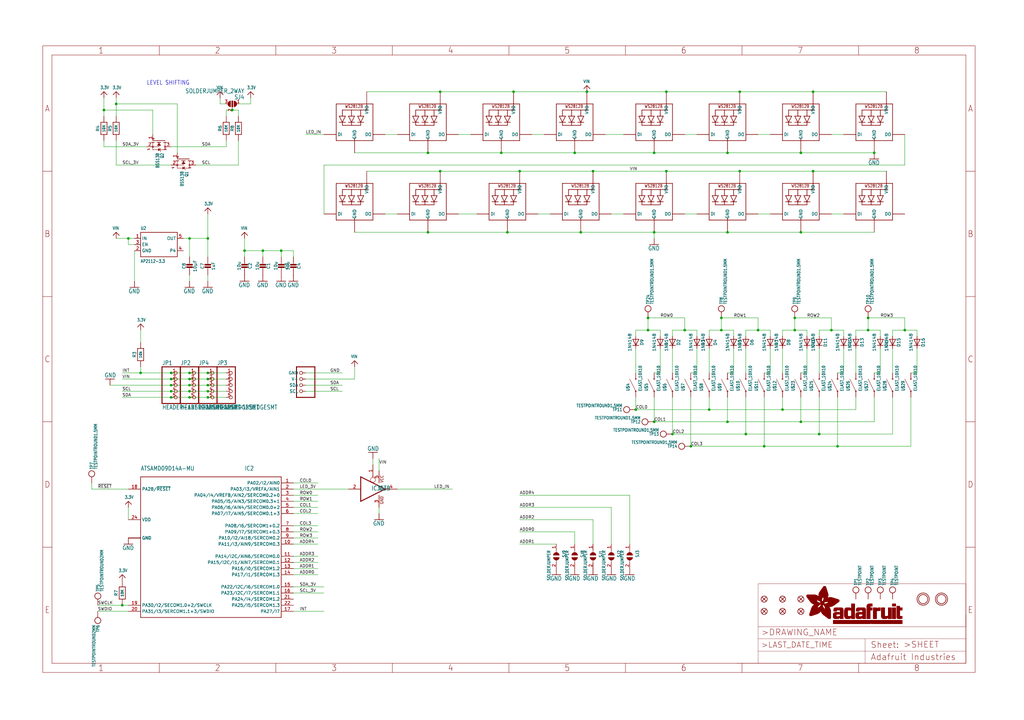
<source format=kicad_sch>
(kicad_sch (version 20211123) (generator eeschema)
  (paper "User" 425.45 299.161)
  (lib_symbols
    (symbol "eagleSchem-eagle-import:3.3V" (power)
      (property "Value" "3.3V" (at -1.524 1.016 0))
      (symbol "3.3V_1_0"
        (pin power_in line (at 0 -2.54 90) (length 2.54) (name "3.3V") (number "1"))
      )
    )
    (symbol "eagleSchem-eagle-import:741G125DBV"
      (property "Reference" "IC" (at -0.635 -0.635 0))
      (symbol "741G125DBV_1_0"
        (pin input line (at 0 10.16 270) (length 5.08) (name "OE") (number "1"))
        (pin input line (at -10.16 0 0) (length 5.08) (name "I") (number "2"))
        (pin tri_state line (at 10.16 0 180) (length 5.08) (name "O") (number "4"))
      )
      (symbol "741G125DBV_2_0"
        (text "GND" (at 1.905 -6.35 900) (effects (font (size 1.27 1.0795)) (justify left bottom)))
        (text "VCC" (at 1.905 2.54 900) (effects (font (size 1.27 1.0795)) (justify left bottom)))
        (pin power_in line (at 0 -7.62 90) (length 5.08) (name "GND") (number "3"))
        (pin power_in line (at 0 7.62 270) (length 5.08) (name "VCC") (number "5"))
      )
    )
    (symbol "eagleSchem-eagle-import:ATSAMD09D14A-MU"
      (property "Reference" "IC" (at 12.7 33.02 0))
      (property "Value" "ATSAMD09D14A-MU" (at -30.48 33.02 0))
      (symbol "ATSAMD09D14A-MU_1_0"
        (pin bidirectional line (at 33.02 27.94 180) (length 5.08) (name "PA02/I2/AIN0") (number "1"))
        (pin bidirectional line (at 33.02 2.54 180) (length 5.08) (name "PA11/I3/AIN9/SERCOM0.3") (number "10"))
        (pin bidirectional line (at 33.02 -2.54 180) (length 5.08) (name "PA14/I2C/AIN6/SERCOM0.0") (number "11"))
        (pin bidirectional line (at 33.02 -5.08 180) (length 5.08) (name "PA15/I2C/I1/AIN7/SERCOM0.1") (number "12"))
        (pin bidirectional line (at 33.02 -7.62 180) (length 5.08) (name "PA16/I0/SERCOM1.2") (number "13"))
        (pin bidirectional line (at 33.02 -10.16 180) (length 5.08) (name "PA17/I1/SERCOM1.3") (number "14"))
        (pin bidirectional line (at 33.02 -15.24 180) (length 5.08) (name "PA22/I2C/I6/SERCOM1.0") (number "15"))
        (pin bidirectional line (at 33.02 -17.78 180) (length 5.08) (name "PA23/I2C/I7/SERCOM1.1") (number "16"))
        (pin bidirectional line (at 33.02 -25.4 180) (length 5.08) (name "PA27/I7") (number "17"))
        (pin bidirectional line (at -35.56 25.4 0) (length 5.08) (name "PA28/~{RESET}") (number "18"))
        (pin bidirectional line (at -35.56 -22.86 0) (length 5.08) (name "PA30/I2/SECOM1.0+2/SWCLK") (number "19"))
        (pin bidirectional line (at 33.02 25.4 180) (length 5.08) (name "PA03/I3/VREFA/AIN1") (number "2"))
        (pin bidirectional line (at -35.56 -25.4 0) (length 5.08) (name "PA31/I3/SERCOM1.1+3/SWDIO") (number "20"))
        (pin bidirectional line (at 33.02 -20.32 180) (length 5.08) (name "PA24/I4/SERCOM1.2") (number "21"))
        (pin bidirectional line (at 33.02 -22.86 180) (length 5.08) (name "PA25/I5/SERCOM1.3") (number "22"))
        (pin power_in line (at -35.56 5.08 0) (length 5.08) (name "GND") (number "23"))
        (pin power_in line (at -35.56 12.7 0) (length 5.08) (name "VDD") (number "24"))
        (pin bidirectional line (at 33.02 22.86 180) (length 5.08) (name "PA04/I4/VREFB/AIN2/SERCOM0.2+0") (number "3"))
        (pin bidirectional line (at 33.02 20.32 180) (length 5.08) (name "PA05/I5/AIN3/SERCOM0.3+1") (number "4"))
        (pin bidirectional line (at 33.02 17.78 180) (length 5.08) (name "PA06/I6/AIN4/SERCOM0.0+2") (number "5"))
        (pin bidirectional line (at 33.02 15.24 180) (length 5.08) (name "PA07/I7/AIN5/SERCOM0.1+3") (number "6"))
        (pin bidirectional line (at 33.02 10.16 180) (length 5.08) (name "PA08/I6/SERCOM1+0.2") (number "7"))
        (pin bidirectional line (at 33.02 7.62 180) (length 5.08) (name "PA09/I7/SERCOM1+0.3") (number "8"))
        (pin bidirectional line (at 33.02 5.08 180) (length 5.08) (name "PA10/I2/AI18/SERCOM0.2") (number "9"))
        (pin power_in line (at -35.56 5.08 0) (length 5.08) (name "GND") (number "THERM"))
      )
    )
    (symbol "eagleSchem-eagle-import:CAP_CERAMIC0603_NO"
      (property "Reference" "C" (at -2.29 1.25 90))
      (property "Value" "CAP_CERAMIC0603_NO" (at 2.3 1.25 90))
      (symbol "CAP_CERAMIC0603_NO_1_0"
        (pin passive line (at 0 5.08 270) (length 2.54) (name "1") (number "1"))
        (pin passive line (at 0 -2.54 90) (length 2.54) (name "2") (number "2"))
      )
    )
    (symbol "eagleSchem-eagle-import:CAP_CERAMIC0805-NOOUTLINE"
      (property "Reference" "C" (at -2.29 1.25 90))
      (property "Value" "CAP_CERAMIC0805-NOOUTLINE" (at 2.3 1.25 90))
      (symbol "CAP_CERAMIC0805-NOOUTLINE_1_0"
        (pin passive line (at 0 5.08 270) (length 2.54) (name "1") (number "1"))
        (pin passive line (at 0 -2.54 90) (length 2.54) (name "2") (number "2"))
      )
    )
    (symbol "eagleSchem-eagle-import:DIODESOD-323"
      (property "Reference" "D" (at 0 2.54 0))
      (property "Value" "DIODESOD-323" (at 0 -2.5 0))
      (symbol "DIODESOD-323_1_0"
        (pin passive line (at -2.54 0 0) (length 2.54) (name "A") (number "A"))
        (pin passive line (at 2.54 0 180) (length 2.54) (name "C") (number "C"))
      )
    )
    (symbol "eagleSchem-eagle-import:ELAST_10X10"
      (property "Value" "ELAST_10X10" (at -2.54 -2.54 0))
      (symbol "ELAST_10X10_1_0"
        (pin bidirectional line (at -5.08 0 0) (length 2.54) (name "P$1") (number "P$1"))
        (pin bidirectional line (at 5.08 0 180) (length 2.54) (name "P$2") (number "P$2"))
      )
    )
    (symbol "eagleSchem-eagle-import:FIDUCIAL_1MM")
    (symbol "eagleSchem-eagle-import:FRAME_A3_ADAFRUIT"
      (symbol "FRAME_A3_ADAFRUIT_1_0"
        (text "1" (at 24.2094 1.905 0) (effects (font (size 2.54 2.286))))
        (text "1" (at 24.2094 258.445 0) (effects (font (size 2.54 2.286))))
        (text "2" (at 72.6281 1.905 0) (effects (font (size 2.54 2.286))))
        (text "2" (at 72.6281 258.445 0) (effects (font (size 2.54 2.286))))
        (text "3" (at 121.0469 1.905 0) (effects (font (size 2.54 2.286))))
        (text "3" (at 121.0469 258.445 0) (effects (font (size 2.54 2.286))))
        (text "4" (at 169.4656 1.905 0) (effects (font (size 2.54 2.286))))
        (text "4" (at 169.4656 258.445 0) (effects (font (size 2.54 2.286))))
        (text "5" (at 217.8844 1.905 0) (effects (font (size 2.54 2.286))))
        (text "5" (at 217.8844 258.445 0) (effects (font (size 2.54 2.286))))
        (text "6" (at 266.3031 1.905 0) (effects (font (size 2.54 2.286))))
        (text "6" (at 266.3031 258.445 0) (effects (font (size 2.54 2.286))))
        (text "7" (at 314.7219 1.905 0) (effects (font (size 2.54 2.286))))
        (text "7" (at 314.7219 258.445 0) (effects (font (size 2.54 2.286))))
        (text "8" (at 363.1406 1.905 0) (effects (font (size 2.54 2.286))))
        (text "8" (at 363.1406 258.445 0) (effects (font (size 2.54 2.286))))
        (text ">DRAWING_NAME" (at 298.45 15.24 0) (effects (font (size 2.54 2.54)) (justify left bottom)))
        (text ">LAST_DATE_TIME" (at 298.45 10.16 0) (effects (font (size 2.286 2.286)) (justify left bottom)))
        (text ">SHEET" (at 357.505 10.16 0) (effects (font (size 2.54 2.54)) (justify left bottom)))
        (text "A" (at 1.905 234.315 0) (effects (font (size 2.54 2.286))))
        (text "A" (at 385.445 234.315 0) (effects (font (size 2.54 2.286))))
        (text "Adafruit Industries" (at 343.916 4.953 0) (effects (font (size 2.54 2.54)) (justify left bottom)))
        (text "B" (at 1.905 182.245 0) (effects (font (size 2.54 2.286))))
        (text "B" (at 385.445 182.245 0) (effects (font (size 2.54 2.286))))
        (text "C" (at 1.905 130.175 0) (effects (font (size 2.54 2.286))))
        (text "C" (at 385.445 130.175 0) (effects (font (size 2.54 2.286))))
        (text "D" (at 1.905 78.105 0) (effects (font (size 2.54 2.286))))
        (text "D" (at 385.445 78.105 0) (effects (font (size 2.54 2.286))))
        (text "E" (at 1.905 26.035 0) (effects (font (size 2.54 2.286))))
        (text "E" (at 385.445 26.035 0) (effects (font (size 2.54 2.286))))
        (text "Sheet:" (at 343.916 10.033 0) (effects (font (size 2.54 2.54)) (justify left bottom)))
      )
    )
    (symbol "eagleSchem-eagle-import:GND" (power)
      (property "Value" "GND" (at -2.54 -2.54 0))
      (symbol "GND_1_0"
        (pin power_in line (at 0 2.54 270) (length 2.54) (name "GND") (number "1"))
      )
    )
    (symbol "eagleSchem-eagle-import:HEADER-1X5EDGESMT"
      (property "Reference" "JP" (at -6.35 8.255 0))
      (property "Value" "HEADER-1X5EDGESMT" (at -6.35 -10.16 0))
      (symbol "HEADER-1X5EDGESMT_1_0"
        (pin passive inverted (at -2.54 5.08 0) (length 2.54) (name "1") (number "1"))
        (pin passive inverted (at -2.54 2.54 0) (length 2.54) (name "2") (number "2"))
        (pin passive inverted (at -2.54 0 0) (length 2.54) (name "3") (number "3"))
        (pin passive inverted (at -2.54 -2.54 0) (length 2.54) (name "4") (number "4"))
        (pin passive inverted (at -2.54 -5.08 0) (length 2.54) (name "5") (number "5"))
      )
    )
    (symbol "eagleSchem-eagle-import:MOSFET-NWIDE"
      (property "Reference" "Q" (at 5.08 0.635 0))
      (property "Value" "MOSFET-NWIDE" (at 5.08 -1.27 0))
      (symbol "MOSFET-NWIDE_1_0"
        (text "D" (at 3.175 3.175 0) (effects (font (size 0.8128 0.6908)) (justify left bottom)))
        (text "G" (at -1.27 -1.905 0) (effects (font (size 0.8128 0.6908)) (justify left bottom)))
        (text "S" (at 3.175 -3.81 0) (effects (font (size 0.8128 0.6908)) (justify left bottom)))
        (pin bidirectional line (at -2.54 -2.54 0) (length 2.54) (name "G") (number "1"))
        (pin bidirectional line (at 2.54 -5.08 90) (length 2.54) (name "S") (number "2"))
        (pin bidirectional line (at 2.54 5.08 270) (length 2.54) (name "D") (number "3"))
      )
    )
    (symbol "eagleSchem-eagle-import:MOUNTINGHOLE2.5")
    (symbol "eagleSchem-eagle-import:RESISTOR_0603_NOOUT"
      (property "Reference" "R" (at 0 2.54 0))
      (property "Value" "RESISTOR_0603_NOOUT" (at 0 0 0))
      (symbol "RESISTOR_0603_NOOUT_1_0"
        (pin passive line (at -5.08 0 0) (length 2.54) (name "1") (number "1"))
        (pin passive line (at 5.08 0 180) (length 2.54) (name "2") (number "2"))
      )
    )
    (symbol "eagleSchem-eagle-import:SOLDERJUMPER"
      (property "Reference" "SJ" (at -2.54 2.54 0))
      (property "Value" "SOLDERJUMPER" (at -2.54 -3.81 0))
      (symbol "SOLDERJUMPER_1_0"
        (pin passive line (at -5.08 0 0) (length 2.54) (name "1") (number "1"))
        (pin passive line (at 5.08 0 180) (length 2.54) (name "2") (number "2"))
      )
    )
    (symbol "eagleSchem-eagle-import:SOLDERJUMPER_2WAY"
      (property "Reference" "SJ" (at -5.08 -3.81 0))
      (property "Value" "SOLDERJUMPER_2WAY" (at -5.08 -6.35 0))
      (symbol "SOLDERJUMPER_2WAY_1_0"
        (pin passive line (at -2.54 0 0) (length 0) (name "1") (number "1"))
        (pin passive line (at 0 2.54 270) (length 0) (name "2") (number "2"))
        (pin passive line (at 2.54 0 180) (length 0) (name "3") (number "3"))
      )
    )
    (symbol "eagleSchem-eagle-import:STEMMA_I2C_RASMT"
      (symbol "STEMMA_I2C_RASMT_1_0"
        (pin passive inverted (at 0 5.08 0) (length 2.54) (name "GND") (number "1"))
        (pin passive inverted (at 0 2.54 0) (length 2.54) (name "V+") (number "2"))
        (pin passive inverted (at 0 0 0) (length 2.54) (name "SDA") (number "3"))
        (pin passive inverted (at 0 -2.54 0) (length 2.54) (name "SCL") (number "4"))
      )
      (symbol "STEMMA_I2C_RASMT_2_0"
        (pin bidirectional line (at 0 0 0) (length 5.08) (name "MT") (number "NC1"))
      )
      (symbol "STEMMA_I2C_RASMT_3_0"
        (pin bidirectional line (at 0 0 0) (length 5.08) (name "MT") (number "NC2"))
      )
    )
    (symbol "eagleSchem-eagle-import:TESTPOINT"
      (property "Reference" "TP" (at 0 5.588 90))
      (property "Value" "TESTPOINT" (at 1.651 5.588 90))
      (symbol "TESTPOINT_1_0"
        (pin bidirectional line (at 0 0 90) (length 2.54) (name "P$1") (number "P$1"))
      )
    )
    (symbol "eagleSchem-eagle-import:TESTPOINTROUND1.5MM"
      (property "Reference" "TP" (at 0 5.588 90))
      (property "Value" "TESTPOINTROUND1.5MM" (at 1.651 5.588 90))
      (symbol "TESTPOINTROUND1.5MM_1_0"
        (pin bidirectional line (at 0 0 90) (length 2.54) (name "P$1") (number "P$1"))
      )
    )
    (symbol "eagleSchem-eagle-import:TESTPOINTROUND2MM"
      (property "Reference" "TP" (at 0 5.588 90))
      (property "Value" "TESTPOINTROUND2MM" (at 1.651 5.588 90))
      (symbol "TESTPOINTROUND2MM_1_0"
        (pin bidirectional line (at 0 0 90) (length 2.54) (name "P$1") (number "P$1"))
      )
    )
    (symbol "eagleSchem-eagle-import:VIN" (power)
      (property "Value" "VIN" (at -1.524 1.016 0))
      (symbol "VIN_1_0"
        (pin power_in line (at 0 -2.54 90) (length 2.54) (name "VIN") (number "1"))
      )
    )
    (symbol "eagleSchem-eagle-import:VREG_SOT23-5"
      (property "Reference" "U" (at -7.62 6.096 0))
      (property "Value" "VREG_SOT23-5" (at -7.62 -7.62 0))
      (symbol "VREG_SOT23-5_1_0"
        (pin power_in line (at -10.16 2.54 0) (length 2.54) (name "IN") (number "1"))
        (pin power_in line (at -10.16 -2.54 0) (length 2.54) (name "GND") (number "2"))
        (pin input line (at -10.16 0 0) (length 2.54) (name "EN") (number "3"))
        (pin bidirectional line (at 10.16 -2.54 180) (length 2.54) (name "P4") (number "4"))
        (pin power_in line (at 10.16 2.54 180) (length 2.54) (name "OUT") (number "5"))
      )
    )
    (symbol "eagleSchem-eagle-import:WS2812B3535"
      (symbol "WS2812B3535_1_0"
        (text "WS2812B" (at -4.064 8.382 0) (effects (font (size 1.27 1.0795)) (justify left bottom)))
        (pin input line (at -12.7 -2.54 0) (length 5.08) (name "DI") (number "1"))
        (pin power_in line (at 5.08 15.24 270) (length 5.08) (name "VDD") (number "2"))
        (pin output line (at 12.7 -2.54 180) (length 5.08) (name "DO") (number "3"))
        (pin power_in line (at 0 -10.16 90) (length 5.08) (name "GND") (number "4"))
      )
    )
  )
  (junction (at 86.36 157.48))
  (junction (at 109.22 104.14))
  (junction (at 177.8 63.5))
  (junction (at 363.22 63.5))
  (junction (at 347.98 185.42))
  (junction (at 332.74 96.52))
  (junction (at 302.26 63.5))
  (junction (at 360.68 132.08))
  (junction (at 182.88 38.1))
  (junction (at 279.4 180.34))
  (junction (at 78.74 162.56))
  (junction (at 78.74 154.94))
  (junction (at 325.12 170.18))
  (junction (at 86.36 99.06))
  (junction (at 271.78 96.52))
  (junction (at 238.76 63.5))
  (junction (at 86.36 165.1))
  (junction (at 71.12 162.56))
  (junction (at 43.18 45.72))
  (junction (at 337.82 38.1))
  (junction (at 271.78 175.26))
  (junction (at 71.12 154.94))
  (junction (at 299.72 137.16))
  (junction (at 340.36 180.34))
  (junction (at 71.12 165.1))
  (junction (at 50.8 251.46))
  (junction (at 271.78 63.5))
  (junction (at 243.84 38.1))
  (junction (at 302.26 96.52))
  (junction (at 78.74 165.1))
  (junction (at 86.36 154.94))
  (junction (at 96.52 45.72))
  (junction (at 345.44 137.16))
  (junction (at 307.34 38.1))
  (junction (at 302.26 175.26))
  (junction (at 276.86 71.12))
  (junction (at 86.36 162.56))
  (junction (at 246.38 71.12))
  (junction (at 264.16 170.18))
  (junction (at 182.88 71.12))
  (junction (at 116.84 104.14))
  (junction (at 213.36 38.1))
  (junction (at 101.6 104.14))
  (junction (at 330.2 132.08))
  (junction (at 330.2 137.16))
  (junction (at 309.88 180.34))
  (junction (at 332.74 175.26))
  (junction (at 78.74 99.06))
  (junction (at 177.8 96.52))
  (junction (at 71.12 157.48))
  (junction (at 269.24 132.08))
  (junction (at 284.48 137.16))
  (junction (at 78.74 160.02))
  (junction (at 53.34 99.06))
  (junction (at 86.36 160.02))
  (junction (at 210.82 96.52))
  (junction (at 241.3 96.52))
  (junction (at 332.74 63.5))
  (junction (at 307.34 71.12))
  (junction (at 314.96 137.16))
  (junction (at 276.86 38.1))
  (junction (at 48.26 43.18))
  (junction (at 337.82 71.12))
  (junction (at 294.64 170.18))
  (junction (at 360.68 137.16))
  (junction (at 215.9 71.12))
  (junction (at 299.72 132.08))
  (junction (at 317.5 185.42))
  (junction (at 208.28 63.5))
  (junction (at 375.92 137.16))
  (junction (at 78.74 157.48))
  (junction (at 287.02 185.42))
  (junction (at 58.42 154.94))
  (junction (at 269.24 137.16))
  (junction (at 71.12 160.02))
  (wire (pts (xy 325.12 165.1) (xy 325.12 170.18)))
  (wire (pts (xy 299.72 137.16) (xy 304.8 137.16)))
  (wire (pts (xy 302.26 175.26) (xy 332.74 175.26)))
  (wire (pts (xy 76.2 99.06) (xy 78.74 99.06)))
  (wire (pts (xy 271.78 63.5) (xy 238.76 63.5)))
  (wire (pts (xy 360.68 132.08) (xy 375.92 132.08)))
  (wire (pts (xy 302.26 96.52) (xy 332.74 96.52)))
  (wire (pts (xy 43.18 48.26) (xy 43.18 45.72)))
  (wire (pts (xy 279.4 154.94) (xy 279.4 144.78)))
  (wire (pts (xy 78.74 157.48) (xy 86.36 157.48)))
  (wire (pts (xy 78.74 106.68) (xy 78.74 99.06)))
  (wire (pts (xy 121.92 223.52) (xy 132.08 223.52)))
  (wire (pts (xy 279.4 165.1) (xy 279.4 180.34)))
  (wire (pts (xy 208.28 63.5) (xy 177.8 63.5)))
  (wire (pts (xy 325.12 139.7) (xy 325.12 137.16)))
  (wire (pts (xy 177.8 96.52) (xy 210.82 96.52)))
  (wire (pts (xy 121.92 233.68) (xy 132.08 233.68)))
  (wire (pts (xy 101.6 106.68) (xy 101.6 104.14)))
  (wire (pts (xy 71.12 165.1) (xy 78.74 165.1)))
  (wire (pts (xy 378.46 154.94) (xy 381 154.94)))
  (wire (pts (xy 121.92 203.2) (xy 144.78 203.2)))
  (wire (pts (xy 121.92 218.44) (xy 132.08 218.44)))
  (wire (pts (xy 320.04 154.94) (xy 320.04 144.78)))
  (wire (pts (xy 86.36 99.06) (xy 86.36 106.68)))
  (wire (pts (xy 287.02 154.94) (xy 289.56 154.94)))
  (wire (pts (xy 71.12 154.94) (xy 78.74 154.94)))
  (wire (pts (xy 375.92 132.08) (xy 375.92 137.16)))
  (wire (pts (xy 332.74 165.1) (xy 332.74 175.26)))
  (wire (pts (xy 71.12 157.48) (xy 50.8 157.48)))
  (wire (pts (xy 325.12 170.18) (xy 355.6 170.18)))
  (wire (pts (xy 294.64 170.18) (xy 325.12 170.18)))
  (wire (pts (xy 101.6 104.14) (xy 101.6 99.06)))
  (wire (pts (xy 93.98 60.96) (xy 93.98 58.42)))
  (wire (pts (xy 246.38 226.06) (xy 246.38 215.9)))
  (wire (pts (xy 330.2 137.16) (xy 335.28 137.16)))
  (wire (pts (xy 53.34 99.06) (xy 53.34 101.6)))
  (wire (pts (xy 210.82 96.52) (xy 241.3 96.52)))
  (wire (pts (xy 182.88 71.12) (xy 215.9 71.12)))
  (wire (pts (xy 304.8 154.94) (xy 304.8 144.78)))
  (wire (pts (xy 378.46 185.42) (xy 378.46 165.1)))
  (wire (pts (xy 284.48 88.9) (xy 289.56 88.9)))
  (wire (pts (xy 147.32 96.52) (xy 177.8 96.52)))
  (wire (pts (xy 271.78 154.94) (xy 274.32 154.94)))
  (wire (pts (xy 317.5 154.94) (xy 320.04 154.94)))
  (wire (pts (xy 99.06 43.18) (xy 104.14 43.18)))
  (wire (pts (xy 355.6 154.94) (xy 355.6 144.78)))
  (wire (pts (xy 284.48 55.88) (xy 289.56 55.88)))
  (wire (pts (xy 71.12 60.96) (xy 93.98 60.96)))
  (wire (pts (xy 264.16 165.1) (xy 264.16 170.18)))
  (wire (pts (xy 274.32 137.16) (xy 269.24 137.16)))
  (wire (pts (xy 58.42 154.94) (xy 50.8 154.94)))
  (wire (pts (xy 55.88 99.06) (xy 53.34 99.06)))
  (wire (pts (xy 350.52 154.94) (xy 350.52 144.78)))
  (wire (pts (xy 314.96 137.16) (xy 320.04 137.16)))
  (wire (pts (xy 121.92 205.74) (xy 132.08 205.74)))
  (wire (pts (xy 182.88 38.1) (xy 213.36 38.1)))
  (wire (pts (xy 340.36 154.94) (xy 340.36 144.78)))
  (wire (pts (xy 160.02 55.88) (xy 165.1 55.88)))
  (wire (pts (xy 177.8 63.5) (xy 147.32 63.5)))
  (wire (pts (xy 215.9 226.06) (xy 231.14 226.06)))
  (wire (pts (xy 50.8 251.46) (xy 53.34 251.46)))
  (wire (pts (xy 299.72 132.08) (xy 314.96 132.08)))
  (wire (pts (xy 121.92 243.84) (xy 134.62 243.84)))
  (wire (pts (xy 340.36 137.16) (xy 345.44 137.16)))
  (wire (pts (xy 99.06 48.26) (xy 99.06 45.72)))
  (wire (pts (xy 53.34 254) (xy 40.64 254)))
  (wire (pts (xy 121.92 210.82) (xy 132.08 210.82)))
  (wire (pts (xy 78.74 162.56) (xy 86.36 162.56)))
  (wire (pts (xy 330.2 132.08) (xy 345.44 132.08)))
  (wire (pts (xy 254 226.06) (xy 254 210.82)))
  (wire (pts (xy 314.96 88.9) (xy 320.04 88.9)))
  (wire (pts (xy 53.34 101.6) (xy 55.88 101.6)))
  (wire (pts (xy 271.78 99.06) (xy 271.78 96.52)))
  (wire (pts (xy 246.38 215.9) (xy 215.9 215.9)))
  (wire (pts (xy 363.22 154.94) (xy 365.76 154.94)))
  (wire (pts (xy 317.5 165.1) (xy 317.5 185.42)))
  (wire (pts (xy 78.74 160.02) (xy 86.36 160.02)))
  (wire (pts (xy 121.92 106.68) (xy 121.92 104.14)))
  (wire (pts (xy 363.22 175.26) (xy 363.22 165.1)))
  (wire (pts (xy 279.4 137.16) (xy 284.48 137.16)))
  (wire (pts (xy 96.52 45.72) (xy 93.98 45.72)))
  (wire (pts (xy 320.04 137.16) (xy 320.04 139.7)))
  (wire (pts (xy 317.5 185.42) (xy 347.98 185.42)))
  (wire (pts (xy 43.18 45.72) (xy 43.18 40.64)))
  (wire (pts (xy 284.48 132.08) (xy 269.24 132.08)))
  (wire (pts (xy 134.62 254) (xy 121.92 254)))
  (wire (pts (xy 284.48 132.08) (xy 284.48 137.16)))
  (wire (pts (xy 337.82 38.1) (xy 368.3 38.1)))
  (wire (pts (xy 78.74 114.3) (xy 78.74 116.84)))
  (wire (pts (xy 309.88 154.94) (xy 309.88 144.78)))
  (wire (pts (xy 269.24 132.08) (xy 269.24 137.16)))
  (wire (pts (xy 335.28 154.94) (xy 335.28 144.78)))
  (wire (pts (xy 53.34 99.06) (xy 48.26 99.06)))
  (wire (pts (xy 307.34 71.12) (xy 337.82 71.12)))
  (wire (pts (xy 116.84 106.68) (xy 116.84 104.14)))
  (wire (pts (xy 284.48 137.16) (xy 289.56 137.16)))
  (wire (pts (xy 307.34 38.1) (xy 337.82 38.1)))
  (wire (pts (xy 86.36 157.48) (xy 93.98 157.48)))
  (wire (pts (xy 187.96 203.2) (xy 165.1 203.2)))
  (wire (pts (xy 86.36 160.02) (xy 93.98 160.02)))
  (wire (pts (xy 127 157.48) (xy 147.32 157.48)))
  (wire (pts (xy 121.92 208.28) (xy 132.08 208.28)))
  (wire (pts (xy 264.16 154.94) (xy 264.16 144.78)))
  (wire (pts (xy 370.84 139.7) (xy 370.84 137.16)))
  (wire (pts (xy 78.74 99.06) (xy 86.36 99.06)))
  (wire (pts (xy 355.6 137.16) (xy 360.68 137.16)))
  (wire (pts (xy 360.68 137.16) (xy 365.76 137.16)))
  (wire (pts (xy 48.26 68.58) (xy 48.26 58.42)))
  (wire (pts (xy 78.74 165.1) (xy 86.36 165.1)))
  (wire (pts (xy 213.36 38.1) (xy 243.84 38.1)))
  (wire (pts (xy 215.9 220.98) (xy 238.76 220.98)))
  (wire (pts (xy 271.78 165.1) (xy 271.78 175.26)))
  (wire (pts (xy 220.98 55.88) (xy 226.06 55.88)))
  (wire (pts (xy 375.92 137.16) (xy 381 137.16)))
  (wire (pts (xy 86.36 99.06) (xy 86.36 88.9)))
  (wire (pts (xy 269.24 137.16) (xy 264.16 137.16)))
  (wire (pts (xy 121.92 200.66) (xy 132.08 200.66)))
  (wire (pts (xy 314.96 55.88) (xy 320.04 55.88)))
  (wire (pts (xy 302.26 63.5) (xy 271.78 63.5)))
  (wire (pts (xy 86.36 165.1) (xy 93.98 165.1)))
  (wire (pts (xy 370.84 137.16) (xy 375.92 137.16)))
  (wire (pts (xy 355.6 170.18) (xy 355.6 165.1)))
  (wire (pts (xy 337.82 71.12) (xy 368.3 71.12)))
  (wire (pts (xy 73.66 63.5) (xy 73.66 43.18)))
  (wire (pts (xy 309.88 165.1) (xy 309.88 180.34)))
  (wire (pts (xy 86.36 154.94) (xy 93.98 154.94)))
  (wire (pts (xy 294.64 137.16) (xy 299.72 137.16)))
  (wire (pts (xy 58.42 152.4) (xy 58.42 154.94)))
  (wire (pts (xy 251.46 55.88) (xy 259.08 55.88)))
  (wire (pts (xy 81.28 68.58) (xy 99.06 68.58)))
  (wire (pts (xy 223.52 88.9) (xy 228.6 88.9)))
  (wire (pts (xy 294.64 165.1) (xy 294.64 170.18)))
  (wire (pts (xy 71.12 157.48) (xy 78.74 157.48)))
  (wire (pts (xy 238.76 63.5) (xy 208.28 63.5)))
  (wire (pts (xy 381 154.94) (xy 381 144.78)))
  (wire (pts (xy 279.4 180.34) (xy 309.88 180.34)))
  (wire (pts (xy 86.36 162.56) (xy 93.98 162.56)))
  (wire (pts (xy 332.74 175.26) (xy 363.22 175.26)))
  (wire (pts (xy 274.32 154.94) (xy 274.32 144.78)))
  (wire (pts (xy 73.66 43.18) (xy 48.26 43.18)))
  (wire (pts (xy 116.84 104.14) (xy 109.22 104.14)))
  (wire (pts (xy 134.62 68.58) (xy 375.92 68.58)))
  (wire (pts (xy 91.44 43.18) (xy 91.44 40.64)))
  (wire (pts (xy 332.74 96.52) (xy 363.22 96.52)))
  (wire (pts (xy 121.92 213.36) (xy 132.08 213.36)))
  (wire (pts (xy 347.98 154.94) (xy 350.52 154.94)))
  (wire (pts (xy 345.44 88.9) (xy 350.52 88.9)))
  (wire (pts (xy 147.32 157.48) (xy 147.32 152.4)))
  (wire (pts (xy 309.88 180.34) (xy 340.36 180.34)))
  (wire (pts (xy 157.48 195.58) (xy 157.48 190.5)))
  (wire (pts (xy 134.62 55.88) (xy 127 55.88)))
  (wire (pts (xy 332.74 63.5) (xy 302.26 63.5)))
  (wire (pts (xy 121.92 236.22) (xy 132.08 236.22)))
  (wire (pts (xy 345.44 137.16) (xy 350.52 137.16)))
  (wire (pts (xy 121.92 238.76) (xy 132.08 238.76)))
  (wire (pts (xy 274.32 139.7) (xy 274.32 137.16)))
  (wire (pts (xy 340.36 139.7) (xy 340.36 137.16)))
  (wire (pts (xy 121.92 220.98) (xy 132.08 220.98)))
  (wire (pts (xy 134.62 88.9) (xy 134.62 68.58)))
  (wire (pts (xy 345.44 55.88) (xy 350.52 55.88)))
  (wire (pts (xy 152.4 38.1) (xy 182.88 38.1)))
  (wire (pts (xy 160.02 88.9) (xy 165.1 88.9)))
  (wire (pts (xy 309.88 137.16) (xy 314.96 137.16)))
  (wire (pts (xy 347.98 185.42) (xy 378.46 185.42)))
  (wire (pts (xy 154.94 193.04) (xy 154.94 190.5)))
  (wire (pts (xy 93.98 45.72) (xy 93.98 48.26)))
  (wire (pts (xy 294.64 139.7) (xy 294.64 137.16)))
  (wire (pts (xy 325.12 137.16) (xy 330.2 137.16)))
  (wire (pts (xy 254 88.9) (xy 259.08 88.9)))
  (wire (pts (xy 365.76 137.16) (xy 365.76 139.7)))
  (wire (pts (xy 381 137.16) (xy 381 139.7)))
  (wire (pts (xy 71.12 154.94) (xy 58.42 154.94)))
  (wire (pts (xy 330.2 132.08) (xy 330.2 137.16)))
  (wire (pts (xy 350.52 137.16) (xy 350.52 139.7)))
  (wire (pts (xy 360.68 132.08) (xy 360.68 137.16)))
  (wire (pts (xy 238.76 220.98) (xy 238.76 226.06)))
  (wire (pts (xy 340.36 180.34) (xy 370.84 180.34)))
  (wire (pts (xy 271.78 96.52) (xy 302.26 96.52)))
  (wire (pts (xy 276.86 38.1) (xy 307.34 38.1)))
  (wire (pts (xy 71.12 162.56) (xy 50.8 162.56)))
  (wire (pts (xy 53.34 210.82) (xy 53.34 215.9)))
  (wire (pts (xy 99.06 45.72) (xy 96.52 45.72)))
  (wire (pts (xy 127 162.56) (xy 142.24 162.56)))
  (wire (pts (xy 157.48 213.36) (xy 157.48 210.82)))
  (wire (pts (xy 370.84 154.94) (xy 370.84 144.78)))
  (wire (pts (xy 332.74 154.94) (xy 335.28 154.94)))
  (wire (pts (xy 261.62 226.06) (xy 261.62 205.74)))
  (wire (pts (xy 243.84 38.1) (xy 276.86 38.1)))
  (wire (pts (xy 40.64 251.46) (xy 50.8 251.46)))
  (wire (pts (xy 276.86 71.12) (xy 307.34 71.12)))
  (wire (pts (xy 302.26 154.94) (xy 304.8 154.94)))
  (wire (pts (xy 63.5 45.72) (xy 43.18 45.72)))
  (wire (pts (xy 43.18 60.96) (xy 43.18 58.42)))
  (wire (pts (xy 48.26 43.18) (xy 48.26 40.64)))
  (wire (pts (xy 63.5 55.88) (xy 63.5 45.72)))
  (wire (pts (xy 287.02 185.42) (xy 317.5 185.42)))
  (wire (pts (xy 127 160.02) (xy 142.24 160.02)))
  (wire (pts (xy 294.64 154.94) (xy 294.64 144.78)))
  (wire (pts (xy 45.72 160.02) (xy 71.12 160.02)))
  (wire (pts (xy 289.56 154.94) (xy 289.56 144.78)))
  (wire (pts (xy 93.98 43.18) (xy 91.44 43.18)))
  (wire (pts (xy 190.5 88.9) (xy 198.12 88.9)))
  (wire (pts (xy 355.6 139.7) (xy 355.6 137.16)))
  (wire (pts (xy 299.72 132.08) (xy 299.72 137.16)))
  (wire (pts (xy 241.3 96.52) (xy 271.78 96.52)))
  (wire (pts (xy 345.44 132.08) (xy 345.44 137.16)))
  (wire (pts (xy 309.88 139.7) (xy 309.88 137.16)))
  (wire (pts (xy 325.12 154.94) (xy 325.12 144.78)))
  (wire (pts (xy 152.4 71.12) (xy 182.88 71.12)))
  (wire (pts (xy 215.9 71.12) (xy 246.38 71.12)))
  (wire (pts (xy 60.96 60.96) (xy 43.18 60.96)))
  (wire (pts (xy 363.22 63.5) (xy 332.74 63.5)))
  (wire (pts (xy 335.28 137.16) (xy 335.28 139.7)))
  (wire (pts (xy 365.76 154.94) (xy 365.76 144.78)))
  (wire (pts (xy 127 154.94) (xy 142.24 154.94)))
  (wire (pts (xy 99.06 68.58) (xy 99.06 58.42)))
  (wire (pts (xy 271.78 175.26) (xy 302.26 175.26)))
  (wire (pts (xy 109.22 106.68) (xy 109.22 104.14)))
  (wire (pts (xy 121.92 226.06) (xy 132.08 226.06)))
  (wire (pts (xy 370.84 180.34) (xy 370.84 165.1)))
  (wire (pts (xy 254 210.82) (xy 215.9 210.82)))
  (wire (pts (xy 71.12 165.1) (xy 50.8 165.1)))
  (wire (pts (xy 190.5 55.88) (xy 195.58 55.88)))
  (wire (pts (xy 246.38 71.12) (xy 276.86 71.12)))
  (wire (pts (xy 289.56 137.16) (xy 289.56 139.7)))
  (wire (pts (xy 121.92 231.14) (xy 132.08 231.14)))
  (wire (pts (xy 302.26 165.1) (xy 302.26 175.26)))
  (wire (pts (xy 58.42 142.24) (xy 58.42 137.16)))
  (wire (pts (xy 53.34 203.2) (xy 38.1 203.2)))
  (wire (pts (xy 71.12 160.02) (xy 78.74 160.02)))
  (wire (pts (xy 347.98 165.1) (xy 347.98 185.42)))
  (wire (pts (xy 314.96 132.08) (xy 314.96 137.16)))
  (wire (pts (xy 121.92 246.38) (xy 134.62 246.38)))
  (wire (pts (xy 287.02 165.1) (xy 287.02 185.42)))
  (wire (pts (xy 71.12 68.58) (xy 48.26 68.58)))
  (wire (pts (xy 264.16 137.16) (xy 264.16 139.7)))
  (wire (pts (xy 279.4 139.7) (xy 279.4 137.16)))
  (wire (pts (xy 48.26 48.26) (xy 48.26 43.18)))
  (wire (pts (xy 375.92 68.58) (xy 375.92 55.88)))
  (wire (pts (xy 340.36 165.1) (xy 340.36 180.34)))
  (wire (pts (xy 86.36 114.3) (xy 86.36 116.84)))
  (wire (pts (xy 304.8 137.16) (xy 304.8 139.7)))
  (wire (pts (xy 55.88 104.14) (xy 55.88 116.84)))
  (wire (pts (xy 261.62 205.74) (xy 215.9 205.74)))
  (wire (pts (xy 121.92 104.14) (xy 116.84 104.14)))
  (wire (pts (xy 104.14 43.18) (xy 104.14 40.64)))
  (wire (pts (xy 71.12 162.56) (xy 78.74 162.56)))
  (wire (pts (xy 264.16 170.18) (xy 294.64 170.18)))
  (wire (pts (xy 109.22 104.14) (xy 101.6 104.14)))
  (wire (pts (xy 38.1 203.2) (xy 38.1 200.66)))
  (wire (pts (xy 78.74 154.94) (xy 86.36 154.94)))
  (text "LEVEL SHIFTING" (at 60.96 35.56 180) (effects (font (size 1.778 1.5113)) (justify left bottom)))
  (label "COL0" (at 264.16 170.18 0) (effects (font (size 1.2446 1.2446))))
  (label "SCL" (at 83.82 68.58 0) (effects (font (size 1.2446 1.2446))))
  (label "SDA_3V" (at 124.46 243.84 0) (effects (font (size 1.2446 1.2446))))
  (label "ROW0" (at 124.46 205.74 0) (effects (font (size 1.2446 1.2446))))
  (label "ROW1" (at 304.8 132.08 0) (effects (font (size 1.2446 1.2446))))
  (label "ADDR4" (at 124.46 226.06 0) (effects (font (size 1.2446 1.2446))))
  (label "SDA" (at 83.82 60.96 0) (effects (font (size 1.2446 1.2446))))
  (label "COL2" (at 279.4 180.34 0) (effects (font (size 1.2446 1.2446))))
  (label "ADDR2" (at 124.46 233.68 0) (effects (font (size 1.2446 1.2446))))
  (label "VIN" (at 261.62 71.12 0) (effects (font (size 1.2446 1.2446))))
  (label "SWCLK" (at 40.64 251.46 0) (effects (font (size 1.2446 1.2446))))
  (label "ADDR2" (at 215.9 215.9 0) (effects (font (size 1.2446 1.2446))))
  (label "ADDR0" (at 124.46 238.76 0) (effects (font (size 1.2446 1.2446))))
  (label "COL2" (at 124.46 213.36 0) (effects (font (size 1.2446 1.2446))))
  (label "ROW2" (at 335.28 132.08 0) (effects (font (size 1.2446 1.2446))))
  (label "ADDR1" (at 215.9 226.06 0) (effects (font (size 1.2446 1.2446))))
  (label "ROW3" (at 124.46 223.52 0) (effects (font (size 1.2446 1.2446))))
  (label "COL0" (at 124.46 200.66 0) (effects (font (size 1.2446 1.2446))))
  (label "~{RESET}" (at 40.64 203.2 0) (effects (font (size 1.2446 1.2446))))
  (label "SDA_3V" (at 50.8 60.96 0) (effects (font (size 1.2446 1.2446))))
  (label "ADDR3" (at 124.46 231.14 0) (effects (font (size 1.2446 1.2446))))
  (label "INT" (at 124.46 254 0) (effects (font (size 1.2446 1.2446))))
  (label "INT" (at 50.8 154.94 0) (effects (font (size 1.2446 1.2446))))
  (label "ADDR1" (at 124.46 236.22 0) (effects (font (size 1.2446 1.2446))))
  (label "SDA" (at 137.16 160.02 0) (effects (font (size 1.2446 1.2446))))
  (label "COL1" (at 124.46 210.82 0) (effects (font (size 1.2446 1.2446))))
  (label "COL1" (at 271.78 175.26 0) (effects (font (size 1.2446 1.2446))))
  (label "VIN" (at 157.48 193.04 0) (effects (font (size 1.2446 1.2446))))
  (label "SCL" (at 137.16 162.56 0) (effects (font (size 1.2446 1.2446))))
  (label "ROW0" (at 274.32 132.08 0) (effects (font (size 1.2446 1.2446))))
  (label "SCL" (at 50.8 162.56 0) (effects (font (size 1.2446 1.2446))))
  (label "ROW3" (at 365.76 132.08 0) (effects (font (size 1.2446 1.2446))))
  (label "LED_3V" (at 124.46 203.2 0) (effects (font (size 1.2446 1.2446))))
  (label "GND" (at 137.16 154.94 0) (effects (font (size 1.2446 1.2446))))
  (label "ADDR3" (at 215.9 210.82 0) (effects (font (size 1.2446 1.2446))))
  (label "ROW1" (at 124.46 208.28 0) (effects (font (size 1.2446 1.2446))))
  (label "ADDR0" (at 215.9 220.98 0) (effects (font (size 1.2446 1.2446))))
  (label "SWDIO" (at 40.64 254 0) (effects (font (size 1.2446 1.2446))))
  (label "ROW2" (at 124.46 220.98 0) (effects (font (size 1.2446 1.2446))))
  (label "ADDR4" (at 215.9 205.74 0) (effects (font (size 1.2446 1.2446))))
  (label "SCL_3V" (at 50.8 68.58 0) (effects (font (size 1.2446 1.2446))))
  (label "COL3" (at 124.46 218.44 0) (effects (font (size 1.2446 1.2446))))
  (label "SDA" (at 50.8 165.1 0) (effects (font (size 1.2446 1.2446))))
  (label "SCL_3V" (at 124.46 246.38 0) (effects (font (size 1.2446 1.2446))))
  (label "LED_IN" (at 180.34 203.2 0) (effects (font (size 1.2446 1.2446))))
  (label "COL3" (at 287.02 185.42 0) (effects (font (size 1.2446 1.2446))))
  (label "LED_IN" (at 127 55.88 0) (effects (font (size 1.2446 1.2446))))
  (label "VIN" (at 50.8 157.48 0) (effects (font (size 1.2446 1.2446))))
  (symbol (lib_id "eagleSchem-eagle-import:3.3V") (at 58.42 134.62 0) (unit 1)
    (property "Reference" "#U$17" (effects hide))
    (property "Value" "3.3V" (at 56.896 133.604 0) (effects (font (size 1.27 1.0795)) (justify left bottom)))
    (property "Footprint" "eagleSchem:" (effects hide))
  )
  (symbol (lib_id "eagleSchem-eagle-import:TESTPOINTROUND1.5MM") (at 271.78 175.26 90) (unit 1)
    (property "Reference" "TP12" (at 266.192 175.26 90) (effects (font (size 1.27 1.0795)) (justify left)))
    (property "Value" "TESTPOINTROUND1.5MM" (at 266.192 173.609 90) (effects (font (size 1.27 1.0795)) (justify left)))
    (property "Footprint" "eagleSchem:TESTPOINT_ROUND_1.5MM" (effects hide))
  )
  (symbol (lib_id "eagleSchem-eagle-import:HEADER-1X5EDGESMT") (at 81.28 160.02 0) (unit 1)
    (property "Reference" "JP2" (at 74.93 151.765 0) (effects (font (size 1.778 1.5113)) (justify left bottom)))
    (property "Value" "HEADER-1X5EDGESMT" (at 74.93 170.18 0) (effects (font (size 1.778 1.5113)) (justify left bottom)))
    (property "Footprint" "eagleSchem:5P_EDGECONNECT" (effects hide))
  )
  (symbol (lib_id "eagleSchem-eagle-import:3.3V") (at 104.14 38.1 0) (unit 1)
    (property "Reference" "#U$15" (effects hide))
    (property "Value" "3.3V" (at 102.616 37.084 0) (effects (font (size 1.27 1.0795)) (justify left bottom)))
    (property "Footprint" "eagleSchem:" (effects hide))
  )
  (symbol (lib_id "eagleSchem-eagle-import:GND") (at 246.38 238.76 0) (unit 1)
    (property "Reference" "#GND19" (effects hide))
    (property "Value" "GND" (at 243.84 241.3 0) (effects (font (size 1.778 1.5113)) (justify left bottom)))
    (property "Footprint" "eagleSchem:" (effects hide))
  )
  (symbol (lib_id "eagleSchem-eagle-import:GND") (at 254 238.76 0) (unit 1)
    (property "Reference" "#GND20" (effects hide))
    (property "Value" "GND" (at 251.46 241.3 0) (effects (font (size 1.778 1.5113)) (justify left bottom)))
    (property "Footprint" "eagleSchem:" (effects hide))
  )
  (symbol (lib_id "eagleSchem-eagle-import:TESTPOINT") (at 365.76 248.92 0) (unit 1)
    (property "Reference" "TP3" (at 365.76 243.332 90) (effects (font (size 1.27 1.0795)) (justify left)))
    (property "Value" "TESTPOINT" (at 367.411 243.332 90) (effects (font (size 1.27 1.0795)) (justify left)))
    (property "Footprint" "eagleSchem:TESTPOINT_SMT" (effects hide))
  )
  (symbol (lib_id "eagleSchem-eagle-import:TESTPOINTROUND2MM") (at 40.64 251.46 0) (unit 1)
    (property "Reference" "TP5" (at 40.64 245.872 90) (effects (font (size 1.27 1.0795)) (justify left)))
    (property "Value" "TESTPOINTROUND2MM" (at 42.291 245.872 90) (effects (font (size 1.27 1.0795)) (justify left)))
    (property "Footprint" "eagleSchem:TESTPOINT_ROUND_2MM" (effects hide))
  )
  (symbol (lib_id "eagleSchem-eagle-import:DIODESOD-323") (at 279.4 142.24 270) (unit 1)
    (property "Reference" "D2" (at 281.94 142.24 0))
    (property "Value" "1N4148" (at 276.9 142.24 0))
    (property "Footprint" "eagleSchem:SOD-323" (effects hide))
  )
  (symbol (lib_id "eagleSchem-eagle-import:SOLDERJUMPER_2WAY") (at 96.52 43.18 180) (unit 1)
    (property "Reference" "SJ4" (at 101.6 39.37 0) (effects (font (size 1.778 1.5113)) (justify left bottom)))
    (property "Value" "SOLDERJUMPER_2WAY" (at 101.6 36.83 0) (effects (font (size 1.778 1.5113)) (justify left bottom)))
    (property "Footprint" "eagleSchem:SOLDERJUMPER_2WAY_OPEN_NOPASTE" (effects hide))
  )
  (symbol (lib_id "eagleSchem-eagle-import:741G125DBV") (at 154.94 203.2 0) (unit 1)
    (property "Reference" "IC3" (at 154.305 203.835 0) (effects (font (size 1.778 1.5113)) (justify left bottom)))
    (property "Value" "741G125DBV" (effects hide))
    (property "Footprint" "eagleSchem:SOT23-5" (effects hide))
  )
  (symbol (lib_id "eagleSchem-eagle-import:CAP_CERAMIC0805-NOOUTLINE") (at 101.6 109.22 180) (unit 1)
    (property "Reference" "C2" (at 103.89 110.47 90))
    (property "Value" "10u" (at 99.3 110.47 90))
    (property "Footprint" "eagleSchem:0805-NO" (effects hide))
  )
  (symbol (lib_id "eagleSchem-eagle-import:ELAST_10X10") (at 378.46 160.02 90) (unit 1)
    (property "Reference" "U$29" (at 375.92 162.56 0) (effects (font (size 1.27 1.0795)) (justify left bottom)))
    (property "Value" "ELAST_10X10" (at 381 162.56 0) (effects (font (size 1.27 1.0795)) (justify left bottom)))
    (property "Footprint" "eagleSchem:ELAST_PAD_SQUARE_10MM_4X4WIDE" (effects hide))
  )
  (symbol (lib_id "eagleSchem-eagle-import:HEADER-1X5EDGESMT") (at 96.52 160.02 0) (unit 1)
    (property "Reference" "JP3" (at 90.17 151.765 0) (effects (font (size 1.778 1.5113)) (justify left bottom)))
    (property "Value" "HEADER-1X5EDGESMT" (at 90.17 170.18 0) (effects (font (size 1.778 1.5113)) (justify left bottom)))
    (property "Footprint" "eagleSchem:5P_EDGECONNECT" (effects hide))
  )
  (symbol (lib_id "eagleSchem-eagle-import:GND") (at 261.62 238.76 0) (unit 1)
    (property "Reference" "#GND9" (effects hide))
    (property "Value" "GND" (at 259.08 241.3 0) (effects (font (size 1.778 1.5113)) (justify left bottom)))
    (property "Footprint" "eagleSchem:" (effects hide))
  )
  (symbol (lib_id "eagleSchem-eagle-import:WS2812B3535") (at 332.74 86.36 0) (unit 1)
    (property "Reference" "LED15" (effects hide))
    (property "Value" "WS2812B3535" (effects hide))
    (property "Footprint" "eagleSchem:LED3535" (effects hide))
  )
  (symbol (lib_id "eagleSchem-eagle-import:DIODESOD-323") (at 289.56 142.24 270) (unit 1)
    (property "Reference" "D3" (at 292.1 142.24 0))
    (property "Value" "1N4148" (at 287.06 142.24 0))
    (property "Footprint" "eagleSchem:SOD-323" (effects hide))
  )
  (symbol (lib_id "eagleSchem-eagle-import:ELAST_10X10") (at 264.16 160.02 90) (unit 1)
    (property "Reference" "U$4" (at 261.62 162.56 0) (effects (font (size 1.27 1.0795)) (justify left bottom)))
    (property "Value" "ELAST_10X10" (at 266.7 162.56 0) (effects (font (size 1.27 1.0795)) (justify left bottom)))
    (property "Footprint" "eagleSchem:ELAST_PAD_SQUARE_10MM_4X4WIDE" (effects hide))
  )
  (symbol (lib_id "eagleSchem-eagle-import:FIDUCIAL_1MM") (at 317.5 248.92 0) (unit 1)
    (property "Reference" "FID2" (effects hide))
    (property "Value" "FIDUCIAL_1MM" (effects hide))
    (property "Footprint" "eagleSchem:FIDUCIAL_1MM" (effects hide))
  )
  (symbol (lib_id "eagleSchem-eagle-import:ELAST_10X10") (at 287.02 160.02 90) (unit 1)
    (property "Reference" "U$7" (at 284.48 162.56 0) (effects (font (size 1.27 1.0795)) (justify left bottom)))
    (property "Value" "ELAST_10X10" (at 289.56 162.56 0) (effects (font (size 1.27 1.0795)) (justify left bottom)))
    (property "Footprint" "eagleSchem:ELAST_PAD_SQUARE_10MM_4X4WIDE" (effects hide))
  )
  (symbol (lib_id "eagleSchem-eagle-import:FRAME_A3_ADAFRUIT") (at 17.78 279.4 0) (unit 1)
    (property "Reference" "#U$33" (effects hide))
    (property "Value" "FRAME_A3_ADAFRUIT" (effects hide))
    (property "Footprint" "eagleSchem:" (effects hide))
  )
  (symbol (lib_id "eagleSchem-eagle-import:TESTPOINTROUND1.5MM") (at 299.72 132.08 0) (unit 1)
    (property "Reference" "TP8" (at 299.72 126.492 90) (effects (font (size 1.27 1.0795)) (justify left)))
    (property "Value" "TESTPOINTROUND1.5MM" (at 301.371 126.492 90) (effects (font (size 1.27 1.0795)) (justify left)))
    (property "Footprint" "eagleSchem:TESTPOINT_ROUND_1.5MM" (effects hide))
  )
  (symbol (lib_id "eagleSchem-eagle-import:HEADER-1X5EDGESMT") (at 73.66 160.02 0) (unit 1)
    (property "Reference" "JP1" (at 67.31 151.765 0) (effects (font (size 1.778 1.5113)) (justify left bottom)))
    (property "Value" "HEADER-1X5EDGESMT" (at 67.31 170.18 0) (effects (font (size 1.778 1.5113)) (justify left bottom)))
    (property "Footprint" "eagleSchem:5P_EDGECONNECT" (effects hide))
  )
  (symbol (lib_id "eagleSchem-eagle-import:ELAST_10X10") (at 355.6 160.02 90) (unit 1)
    (property "Reference" "U$26" (at 353.06 162.56 0) (effects (font (size 1.27 1.0795)) (justify left bottom)))
    (property "Value" "ELAST_10X10" (at 358.14 162.56 0) (effects (font (size 1.27 1.0795)) (justify left bottom)))
    (property "Footprint" "eagleSchem:ELAST_PAD_SQUARE_10MM_4X4WIDE" (effects hide))
  )
  (symbol (lib_id "eagleSchem-eagle-import:ELAST_10X10") (at 302.26 160.02 90) (unit 1)
    (property "Reference" "U$9" (at 299.72 162.56 0) (effects (font (size 1.27 1.0795)) (justify left bottom)))
    (property "Value" "ELAST_10X10" (at 304.8 162.56 0) (effects (font (size 1.27 1.0795)) (justify left bottom)))
    (property "Footprint" "eagleSchem:ELAST_PAD_SQUARE_10MM_4X4WIDE" (effects hide))
  )
  (symbol (lib_id "eagleSchem-eagle-import:TESTPOINTROUND1.5MM") (at 264.16 170.18 90) (unit 1)
    (property "Reference" "TP11" (at 258.572 170.18 90) (effects (font (size 1.27 1.0795)) (justify left)))
    (property "Value" "TESTPOINTROUND1.5MM" (at 258.572 168.529 90) (effects (font (size 1.27 1.0795)) (justify left)))
    (property "Footprint" "eagleSchem:TESTPOINT_ROUND_1.5MM" (effects hide))
  )
  (symbol (lib_id "eagleSchem-eagle-import:ELAST_10X10") (at 325.12 160.02 90) (unit 1)
    (property "Reference" "U$12" (at 322.58 162.56 0) (effects (font (size 1.27 1.0795)) (justify left bottom)))
    (property "Value" "ELAST_10X10" (at 327.66 162.56 0) (effects (font (size 1.27 1.0795)) (justify left bottom)))
    (property "Footprint" "eagleSchem:ELAST_PAD_SQUARE_10MM_4X4WIDE" (effects hide))
  )
  (symbol (lib_id "eagleSchem-eagle-import:MOUNTINGHOLE2.5") (at 391.16 248.92 0) (unit 1)
    (property "Reference" "U$1" (effects hide))
    (property "Value" "MOUNTINGHOLE2.5" (effects hide))
    (property "Footprint" "eagleSchem:MOUNTINGHOLE_2.5_PLATED" (effects hide))
  )
  (symbol (lib_id "eagleSchem-eagle-import:GND") (at 238.76 238.76 0) (unit 1)
    (property "Reference" "#GND18" (effects hide))
    (property "Value" "GND" (at 236.22 241.3 0) (effects (font (size 1.778 1.5113)) (justify left bottom)))
    (property "Footprint" "eagleSchem:" (effects hide))
  )
  (symbol (lib_id "eagleSchem-eagle-import:DIODESOD-323") (at 325.12 142.24 270) (unit 1)
    (property "Reference" "D8" (at 327.66 142.24 0))
    (property "Value" "1N4148" (at 322.62 142.24 0))
    (property "Footprint" "eagleSchem:SOD-323" (effects hide))
  )
  (symbol (lib_id "eagleSchem-eagle-import:GND") (at 154.94 187.96 180) (unit 1)
    (property "Reference" "#GND7" (effects hide))
    (property "Value" "GND" (at 157.48 185.42 0) (effects (font (size 1.778 1.5113)) (justify left bottom)))
    (property "Footprint" "eagleSchem:" (effects hide))
  )
  (symbol (lib_id "eagleSchem-eagle-import:GND") (at 271.78 101.6 0) (unit 1)
    (property "Reference" "#GND8" (effects hide))
    (property "Value" "GND" (at 269.24 104.14 0) (effects (font (size 1.778 1.5113)) (justify left bottom)))
    (property "Footprint" "eagleSchem:" (effects hide))
  )
  (symbol (lib_id "eagleSchem-eagle-import:ELAST_10X10") (at 363.22 160.02 90) (unit 1)
    (property "Reference" "U$27" (at 360.68 162.56 0) (effects (font (size 1.27 1.0795)) (justify left bottom)))
    (property "Value" "ELAST_10X10" (at 365.76 162.56 0) (effects (font (size 1.27 1.0795)) (justify left bottom)))
    (property "Footprint" "eagleSchem:ELAST_PAD_SQUARE_10MM_4X4WIDE" (effects hide))
  )
  (symbol (lib_id "eagleSchem-eagle-import:CAP_CERAMIC0805-NOOUTLINE") (at 78.74 111.76 0) (unit 1)
    (property "Reference" "C8" (at 76.45 110.51 90))
    (property "Value" "10µF" (at 81.04 110.51 90))
    (property "Footprint" "eagleSchem:0805-NO" (effects hide))
  )
  (symbol (lib_id "eagleSchem-eagle-import:TESTPOINTROUND1.5MM") (at 330.2 132.08 0) (unit 1)
    (property "Reference" "TP9" (at 330.2 126.492 90) (effects (font (size 1.27 1.0795)) (justify left)))
    (property "Value" "TESTPOINTROUND1.5MM" (at 331.851 126.492 90) (effects (font (size 1.27 1.0795)) (justify left)))
    (property "Footprint" "eagleSchem:TESTPOINT_ROUND_1.5MM" (effects hide))
  )
  (symbol (lib_id "eagleSchem-eagle-import:DIODESOD-323") (at 309.88 142.24 270) (unit 1)
    (property "Reference" "D6" (at 312.42 142.24 0))
    (property "Value" "1N4148" (at 307.38 142.24 0))
    (property "Footprint" "eagleSchem:SOD-323" (effects hide))
  )
  (symbol (lib_id "eagleSchem-eagle-import:VIN") (at 101.6 96.52 0) (unit 1)
    (property "Reference" "#U$37" (effects hide))
    (property "Value" "VIN" (at 100.076 95.504 0) (effects (font (size 1.27 1.0795)) (justify left bottom)))
    (property "Footprint" "eagleSchem:" (effects hide))
  )
  (symbol (lib_id "eagleSchem-eagle-import:CAP_CERAMIC0805-NOOUTLINE") (at 116.84 109.22 180) (unit 1)
    (property "Reference" "C3" (at 119.13 110.47 90))
    (property "Value" "10u" (at 114.54 110.47 90))
    (property "Footprint" "eagleSchem:0805-NO" (effects hide))
  )
  (symbol (lib_id "eagleSchem-eagle-import:WS2812B3535") (at 271.78 86.36 0) (unit 1)
    (property "Reference" "LED13" (effects hide))
    (property "Value" "WS2812B3535" (effects hide))
    (property "Footprint" "eagleSchem:LED3535" (effects hide))
  )
  (symbol (lib_id "eagleSchem-eagle-import:DIODESOD-323") (at 381 142.24 270) (unit 1)
    (property "Reference" "D16" (at 383.54 142.24 0))
    (property "Value" "1N4148" (at 378.5 142.24 0))
    (property "Footprint" "eagleSchem:SOD-323" (effects hide))
  )
  (symbol (lib_id "eagleSchem-eagle-import:WS2812B3535") (at 177.8 53.34 0) (unit 1)
    (property "Reference" "LED2" (effects hide))
    (property "Value" "WS2812B3535" (effects hide))
    (property "Footprint" "eagleSchem:LED3535" (effects hide))
  )
  (symbol (lib_id "eagleSchem-eagle-import:CAP_CERAMIC0805-NOOUTLINE") (at 121.92 109.22 180) (unit 1)
    (property "Reference" "C4" (at 124.21 110.47 90))
    (property "Value" "10u" (at 119.62 110.47 90))
    (property "Footprint" "eagleSchem:0805-NO" (effects hide))
  )
  (symbol (lib_id "eagleSchem-eagle-import:RESISTOR_0603_NOOUT") (at 93.98 53.34 90) (unit 1)
    (property "Reference" "R6" (at 91.44 53.34 0))
    (property "Value" "10K" (at 93.98 53.34 0) (effects (font (size 1.016 1.016) bold)))
    (property "Footprint" "eagleSchem:0603-NO" (effects hide))
  )
  (symbol (lib_id "eagleSchem-eagle-import:WS2812B3535") (at 208.28 53.34 0) (unit 1)
    (property "Reference" "LED3" (effects hide))
    (property "Value" "WS2812B3535" (effects hide))
    (property "Footprint" "eagleSchem:LED3535" (effects hide))
  )
  (symbol (lib_id "eagleSchem-eagle-import:TESTPOINT") (at 370.84 248.92 0) (unit 1)
    (property "Reference" "TP4" (at 370.84 243.332 90) (effects (font (size 1.27 1.0795)) (justify left)))
    (property "Value" "TESTPOINT" (at 372.491 243.332 90) (effects (font (size 1.27 1.0795)) (justify left)))
    (property "Footprint" "eagleSchem:TESTPOINT_SMT" (effects hide))
  )
  (symbol (lib_id "eagleSchem-eagle-import:DIODESOD-323") (at 340.36 142.24 270) (unit 1)
    (property "Reference" "D11" (at 342.9 142.24 0))
    (property "Value" "1N4148" (at 337.86 142.24 0))
    (property "Footprint" "eagleSchem:SOD-323" (effects hide))
  )
  (symbol (lib_id "eagleSchem-eagle-import:DIODESOD-323") (at 335.28 142.24 270) (unit 1)
    (property "Reference" "D10" (at 337.82 142.24 0))
    (property "Value" "1N4148" (at 332.78 142.24 0))
    (property "Footprint" "eagleSchem:SOD-323" (effects hide))
  )
  (symbol (lib_id "eagleSchem-eagle-import:WS2812B3535") (at 302.26 53.34 0) (unit 1)
    (property "Reference" "LED6" (effects hide))
    (property "Value" "WS2812B3535" (effects hide))
    (property "Footprint" "eagleSchem:LED3535" (effects hide))
  )
  (symbol (lib_id "eagleSchem-eagle-import:FIDUCIAL_1MM") (at 332.74 248.92 0) (unit 1)
    (property "Reference" "FID3" (effects hide))
    (property "Value" "FIDUCIAL_1MM" (effects hide))
    (property "Footprint" "eagleSchem:FIDUCIAL_1MM" (effects hide))
  )
  (symbol (lib_id "eagleSchem-eagle-import:ELAST_10X10") (at 309.88 160.02 90) (unit 1)
    (property "Reference" "U$10" (at 307.34 162.56 0) (effects (font (size 1.27 1.0795)) (justify left bottom)))
    (property "Value" "ELAST_10X10" (at 312.42 162.56 0) (effects (font (size 1.27 1.0795)) (justify left bottom)))
    (property "Footprint" "eagleSchem:ELAST_PAD_SQUARE_10MM_4X4WIDE" (effects hide))
  )
  (symbol (lib_id "eagleSchem-eagle-import:WS2812B3535") (at 363.22 86.36 0) (unit 1)
    (property "Reference" "LED16" (effects hide))
    (property "Value" "WS2812B3535" (effects hide))
    (property "Footprint" "eagleSchem:LED3535" (effects hide))
  )
  (symbol (lib_id "eagleSchem-eagle-import:VIN") (at 91.44 38.1 0) (unit 1)
    (property "Reference" "#U$32" (effects hide))
    (property "Value" "VIN" (at 89.916 37.084 0) (effects (font (size 1.27 1.0795)) (justify left bottom)))
    (property "Footprint" "eagleSchem:" (effects hide))
  )
  (symbol (lib_id "eagleSchem-eagle-import:ELAST_10X10") (at 271.78 160.02 90) (unit 1)
    (property "Reference" "U$5" (at 269.24 162.56 0) (effects (font (size 1.27 1.0795)) (justify left bottom)))
    (property "Value" "ELAST_10X10" (at 274.32 162.56 0) (effects (font (size 1.27 1.0795)) (justify left bottom)))
    (property "Footprint" "eagleSchem:ELAST_PAD_SQUARE_10MM_4X4WIDE" (effects hide))
  )
  (symbol (lib_id "eagleSchem-eagle-import:WS2812B3535") (at 210.82 86.36 0) (unit 1)
    (property "Reference" "LED12" (effects hide))
    (property "Value" "WS2812B3535" (effects hide))
    (property "Footprint" "eagleSchem:LED3535" (effects hide))
  )
  (symbol (lib_id "eagleSchem-eagle-import:MOSFET-NWIDE") (at 66.04 58.42 270) (unit 1)
    (property "Reference" "Q2" (at 66.675 63.5 0) (effects (font (size 1.27 1.0795)) (justify left bottom)))
    (property "Value" "BSS138" (at 64.77 63.5 0) (effects (font (size 1.27 1.0795)) (justify left bottom)))
    (property "Footprint" "eagleSchem:SOT23-WIDE" (effects hide))
  )
  (symbol (lib_id "eagleSchem-eagle-import:3.3V") (at 43.18 38.1 0) (unit 1)
    (property "Reference" "#U$22" (effects hide))
    (property "Value" "3.3V" (at 41.656 37.084 0) (effects (font (size 1.27 1.0795)) (justify left bottom)))
    (property "Footprint" "eagleSchem:" (effects hide))
  )
  (symbol (lib_id "eagleSchem-eagle-import:STEMMA_I2C_RASMT") (at 127 160.02 0) (mirror y) (unit 1)
    (property "Reference" "X2" (effects hide))
    (property "Value" "STEMMA_I2C_RASMT" (effects hide))
    (property "Footprint" "eagleSchem:JSTPH4" (effects hide))
  )
  (symbol (lib_id "eagleSchem-eagle-import:SOLDERJUMPER") (at 261.62 231.14 270) (unit 1)
    (property "Reference" "SJ3" (at 264.16 228.6 0) (effects (font (size 1.27 1.0795)) (justify left bottom)))
    (property "Value" "SOLDERJUMPER" (at 257.81 228.6 0) (effects (font (size 1.27 1.0795)) (justify left bottom)))
    (property "Footprint" "eagleSchem:SOLDERJUMPER_ARROW_NOPASTE" (effects hide))
  )
  (symbol (lib_id "eagleSchem-eagle-import:TESTPOINTROUND1.5MM") (at 279.4 180.34 90) (unit 1)
    (property "Reference" "TP13" (at 273.812 180.34 90) (effects (font (size 1.27 1.0795)) (justify left)))
    (property "Value" "TESTPOINTROUND1.5MM" (at 273.812 178.689 90) (effects (font (size 1.27 1.0795)) (justify left)))
    (property "Footprint" "eagleSchem:TESTPOINT_ROUND_1.5MM" (effects hide))
  )
  (symbol (lib_id "eagleSchem-eagle-import:VIN") (at 243.84 35.56 0) (unit 1)
    (property "Reference" "#U$36" (effects hide))
    (property "Value" "VIN" (at 242.316 34.544 0) (effects (font (size 1.27 1.0795)) (justify left bottom)))
    (property "Footprint" "eagleSchem:" (effects hide))
  )
  (symbol (lib_id "eagleSchem-eagle-import:741G125DBV") (at 157.48 203.2 0) (unit 2)
    (property "Reference" "IC3" (at 156.845 203.835 0) (effects (font (size 1.778 1.5113)) (justify left bottom)))
    (property "Value" "741G125DBV" (effects hide))
    (property "Footprint" "eagleSchem:SOT23-5" (effects hide))
  )
  (symbol (lib_id "eagleSchem-eagle-import:DIODESOD-323") (at 370.84 142.24 270) (unit 1)
    (property "Reference" "D15" (at 373.38 142.24 0))
    (property "Value" "1N4148" (at 368.34 142.24 0))
    (property "Footprint" "eagleSchem:SOD-323" (effects hide))
  )
  (symbol (lib_id "eagleSchem-eagle-import:ELAST_10X10") (at 340.36 160.02 90) (unit 1)
    (property "Reference" "U$25" (at 337.82 162.56 0) (effects (font (size 1.27 1.0795)) (justify left bottom)))
    (property "Value" "ELAST_10X10" (at 342.9 162.56 0) (effects (font (size 1.27 1.0795)) (justify left bottom)))
    (property "Footprint" "eagleSchem:ELAST_PAD_SQUARE_10MM_4X4WIDE" (effects hide))
  )
  (symbol (lib_id "eagleSchem-eagle-import:FIDUCIAL_1MM") (at 317.5 254 0) (unit 1)
    (property "Reference" "FID4" (effects hide))
    (property "Value" "FIDUCIAL_1MM" (effects hide))
    (property "Footprint" "eagleSchem:FIDUCIAL_1MM" (effects hide))
  )
  (symbol (lib_id "eagleSchem-eagle-import:FIDUCIAL_1MM") (at 325.12 254 0) (unit 1)
    (property "Reference" "FID5" (effects hide))
    (property "Value" "FIDUCIAL_1MM" (effects hide))
    (property "Footprint" "eagleSchem:FIDUCIAL_1MM" (effects hide))
  )
  (symbol (lib_id "eagleSchem-eagle-import:ELAST_10X10") (at 279.4 160.02 90) (unit 1)
    (property "Reference" "U$6" (at 276.86 162.56 0) (effects (font (size 1.27 1.0795)) (justify left bottom)))
    (property "Value" "ELAST_10X10" (at 281.94 162.56 0) (effects (font (size 1.27 1.0795)) (justify left bottom)))
    (property "Footprint" "eagleSchem:ELAST_PAD_SQUARE_10MM_4X4WIDE" (effects hide))
  )
  (symbol (lib_id "eagleSchem-eagle-import:TESTPOINTROUND1.5MM") (at 269.24 132.08 0) (unit 1)
    (property "Reference" "TP24" (at 269.24 126.492 90) (effects (font (size 1.27 1.0795)) (justify left)))
    (property "Value" "TESTPOINTROUND1.5MM" (at 270.891 126.492 90) (effects (font (size 1.27 1.0795)) (justify left)))
    (property "Footprint" "eagleSchem:TESTPOINT_ROUND_1.5MM" (effects hide))
  )
  (symbol (lib_id "eagleSchem-eagle-import:HEADER-1X5EDGESMT") (at 88.9 160.02 0) (unit 1)
    (property "Reference" "JP4" (at 82.55 151.765 0) (effects (font (size 1.778 1.5113)) (justify left bottom)))
    (property "Value" "HEADER-1X5EDGESMT" (at 82.55 170.18 0) (effects (font (size 1.778 1.5113)) (justify left bottom)))
    (property "Footprint" "eagleSchem:5P_EDGECONNECT" (effects hide))
  )
  (symbol (lib_id "eagleSchem-eagle-import:WS2812B3535") (at 271.78 53.34 0) (unit 1)
    (property "Reference" "LED5" (effects hide))
    (property "Value" "WS2812B3535" (effects hide))
    (property "Footprint" "eagleSchem:LED3535" (effects hide))
  )
  (symbol (lib_id "eagleSchem-eagle-import:DIODESOD-323") (at 365.76 142.24 270) (unit 1)
    (property "Reference" "D14" (at 368.3 142.24 0))
    (property "Value" "1N4148" (at 363.26 142.24 0))
    (property "Footprint" "eagleSchem:SOD-323" (effects hide))
  )
  (symbol (lib_id "eagleSchem-eagle-import:VREG_SOT23-5") (at 66.04 101.6 0) (unit 1)
    (property "Reference" "U2" (at 58.42 95.504 0) (effects (font (size 1.27 1.0795)) (justify left bottom)))
    (property "Value" "AP2112-3.3" (at 58.42 109.22 0) (effects (font (size 1.27 1.0795)) (justify left bottom)))
    (property "Footprint" "eagleSchem:SOT23-5" (effects hide))
  )
  (symbol (lib_id "eagleSchem-eagle-import:ELAST_10X10") (at 332.74 160.02 90) (unit 1)
    (property "Reference" "U$23" (at 330.2 162.56 0) (effects (font (size 1.27 1.0795)) (justify left bottom)))
    (property "Value" "ELAST_10X10" (at 335.28 162.56 0) (effects (font (size 1.27 1.0795)) (justify left bottom)))
    (property "Footprint" "eagleSchem:ELAST_PAD_SQUARE_10MM_4X4WIDE" (effects hide))
  )
  (symbol (lib_id "eagleSchem-eagle-import:ELAST_10X10") (at 317.5 160.02 90) (unit 1)
    (property "Reference" "U$11" (at 314.96 162.56 0) (effects (font (size 1.27 1.0795)) (justify left bottom)))
    (property "Value" "ELAST_10X10" (at 320.04 162.56 0) (effects (font (size 1.27 1.0795)) (justify left bottom)))
    (property "Footprint" "eagleSchem:ELAST_PAD_SQUARE_10MM_4X4WIDE" (effects hide))
  )
  (symbol (lib_id "eagleSchem-eagle-import:RESISTOR_0603_NOOUT") (at 50.8 246.38 90) (unit 1)
    (property "Reference" "R7" (at 48.26 246.38 0))
    (property "Value" "10K" (at 50.8 246.38 0) (effects (font (size 1.016 1.016) bold)))
    (property "Footprint" "eagleSchem:0603-NO" (effects hide))
  )
  (symbol (lib_id "eagleSchem-eagle-import:TESTPOINT") (at 360.68 248.92 0) (unit 1)
    (property "Reference" "TP2" (at 360.68 243.332 90) (effects (font (size 1.27 1.0795)) (justify left)))
    (property "Value" "TESTPOINT" (at 362.331 243.332 90) (effects (font (size 1.27 1.0795)) (justify left)))
    (property "Footprint" "eagleSchem:TESTPOINT_SMT" (effects hide))
  )
  (symbol (lib_id "eagleSchem-eagle-import:ATSAMD09D14A-MU") (at 88.9 228.6 0) (unit 1)
    (property "Reference" "IC2" (at 101.6 195.58 0) (effects (font (size 1.778 1.5113)) (justify left bottom)))
    (property "Value" "ATSAMD09D14A-MU" (at 58.42 195.58 0) (effects (font (size 1.778 1.5113)) (justify left bottom)))
    (property "Footprint" "eagleSchem:QFN24_4MM" (effects hide))
  )
  (symbol (lib_id "eagleSchem-eagle-import:CAP_CERAMIC0805-NOOUTLINE") (at 109.22 109.22 180) (unit 1)
    (property "Reference" "C1" (at 111.51 110.47 90))
    (property "Value" "10u" (at 106.92 110.47 90))
    (property "Footprint" "eagleSchem:0805-NO" (effects hide))
  )
  (symbol (lib_id "eagleSchem-eagle-import:3.3V") (at 48.26 38.1 0) (unit 1)
    (property "Reference" "#U$31" (effects hide))
    (property "Value" "3.3V" (at 46.736 37.084 0) (effects (font (size 1.27 1.0795)) (justify left bottom)))
    (property "Footprint" "eagleSchem:" (effects hide))
  )
  (symbol (lib_id "eagleSchem-eagle-import:WS2812B3535") (at 147.32 53.34 0) (unit 1)
    (property "Reference" "LED1" (effects hide))
    (property "Value" "WS2812B3535" (effects hide))
    (property "Footprint" "eagleSchem:LED3535" (effects hide))
  )
  (symbol (lib_id "eagleSchem-eagle-import:SOLDERJUMPER") (at 231.14 231.14 270) (unit 1)
    (property "Reference" "SJ9" (at 233.68 228.6 0) (effects (font (size 1.27 1.0795)) (justify left bottom)))
    (property "Value" "SOLDERJUMPER" (at 227.33 228.6 0) (effects (font (size 1.27 1.0795)) (justify left bottom)))
    (property "Footprint" "eagleSchem:SOLDERJUMPER_ARROW_NOPASTE" (effects hide))
  )
  (symbol (lib_id "eagleSchem-eagle-import:RESISTOR_0603_NOOUT") (at 99.06 53.34 90) (unit 1)
    (property "Reference" "R8" (at 96.52 53.34 0))
    (property "Value" "10K" (at 99.06 53.34 0) (effects (font (size 1.016 1.016) bold)))
    (property "Footprint" "eagleSchem:0603-NO" (effects hide))
  )
  (symbol (lib_id "eagleSchem-eagle-import:GND") (at 121.92 116.84 0) (unit 1)
    (property "Reference" "#GND6" (effects hide))
    (property "Value" "GND" (at 119.38 119.38 0) (effects (font (size 1.778 1.5113)) (justify left bottom)))
    (property "Footprint" "eagleSchem:" (effects hide))
  )
  (symbol (lib_id "eagleSchem-eagle-import:WS2812B3535") (at 147.32 86.36 0) (unit 1)
    (property "Reference" "LED9" (effects hide))
    (property "Value" "WS2812B3535" (effects hide))
    (property "Footprint" "eagleSchem:LED3535" (effects hide))
  )
  (symbol (lib_id "eagleSchem-eagle-import:SOLDERJUMPER") (at 246.38 231.14 270) (unit 1)
    (property "Reference" "SJ1" (at 248.92 228.6 0) (effects (font (size 1.27 1.0795)) (justify left bottom)))
    (property "Value" "SOLDERJUMPER" (at 242.57 228.6 0) (effects (font (size 1.27 1.0795)) (justify left bottom)))
    (property "Footprint" "eagleSchem:SOLDERJUMPER_ARROW_NOPASTE" (effects hide))
  )
  (symbol (lib_id "eagleSchem-eagle-import:ELAST_10X10") (at 370.84 160.02 90) (unit 1)
    (property "Reference" "U$28" (at 368.3 162.56 0) (effects (font (size 1.27 1.0795)) (justify left bottom)))
    (property "Value" "ELAST_10X10" (at 373.38 162.56 0) (effects (font (size 1.27 1.0795)) (justify left bottom)))
    (property "Footprint" "eagleSchem:ELAST_PAD_SQUARE_10MM_4X4WIDE" (effects hide))
  )
  (symbol (lib_id "eagleSchem-eagle-import:3.3V") (at 86.36 86.36 0) (unit 1)
    (property "Reference" "#U$18" (effects hide))
    (property "Value" "3.3V" (at 84.836 85.344 0) (effects (font (size 1.27 1.0795)) (justify left bottom)))
    (property "Footprint" "eagleSchem:" (effects hide))
  )
  (symbol (lib_id "eagleSchem-eagle-import:GND") (at 157.48 215.9 0) (unit 1)
    (property "Reference" "#GND10" (effects hide))
    (property "Value" "GND" (at 154.94 218.44 0) (effects (font (size 1.778 1.5113)) (justify left bottom)))
    (property "Footprint" "eagleSchem:" (effects hide))
  )
  (symbol (lib_id "eagleSchem-eagle-import:3.3V") (at 50.8 238.76 0) (unit 1)
    (property "Reference" "#U$21" (effects hide))
    (property "Value" "3.3V" (at 49.276 237.744 0) (effects (font (size 1.27 1.0795)) (justify left bottom)))
    (property "Footprint" "eagleSchem:" (effects hide))
  )
  (symbol (lib_id "eagleSchem-eagle-import:GND") (at 109.22 116.84 0) (unit 1)
    (property "Reference" "#GND3" (effects hide))
    (property "Value" "GND" (at 106.68 119.38 0) (effects (font (size 1.778 1.5113)) (justify left bottom)))
    (property "Footprint" "eagleSchem:" (effects hide))
  )
  (symbol (lib_id "eagleSchem-eagle-import:GND") (at 55.88 119.38 0) (unit 1)
    (property "Reference" "#U$30" (effects hide))
    (property "Value" "GND" (at 53.34 121.92 0) (effects (font (size 1.778 1.5113)) (justify left bottom)))
    (property "Footprint" "eagleSchem:" (effects hide))
  )
  (symbol (lib_id "eagleSchem-eagle-import:GND") (at 116.84 116.84 0) (unit 1)
    (property "Reference" "#GND5" (effects hide))
    (property "Value" "GND" (at 114.3 119.38 0) (effects (font (size 1.778 1.5113)) (justify left bottom)))
    (property "Footprint" "eagleSchem:" (effects hide))
  )
  (symbol (lib_id "eagleSchem-eagle-import:GND") (at 86.36 119.38 0) (unit 1)
    (property "Reference" "#U$13" (effects hide))
    (property "Value" "GND" (at 83.82 121.92 0) (effects (font (size 1.778 1.5113)) (justify left bottom)))
    (property "Footprint" "eagleSchem:" (effects hide))
  )
  (symbol (lib_id "eagleSchem-eagle-import:SOLDERJUMPER") (at 238.76 231.14 270) (unit 1)
    (property "Reference" "SJ8" (at 241.3 228.6 0) (effects (font (size 1.27 1.0795)) (justify left bottom)))
    (property "Value" "SOLDERJUMPER" (at 234.95 228.6 0) (effects (font (size 1.27 1.0795)) (justify left bottom)))
    (property "Footprint" "eagleSchem:SOLDERJUMPER_ARROW_NOPASTE" (effects hide))
  )
  (symbol (lib_id "eagleSchem-eagle-import:GND") (at 231.14 238.76 0) (unit 1)
    (property "Reference" "#GND17" (effects hide))
    (property "Value" "GND" (at 228.6 241.3 0) (effects (font (size 1.778 1.5113)) (justify left bottom)))
    (property "Footprint" "eagleSchem:" (effects hide))
  )
  (symbol (lib_id "eagleSchem-eagle-import:WS2812B3535") (at 177.8 86.36 0) (unit 1)
    (property "Reference" "LED10" (effects hide))
    (property "Value" "WS2812B3535" (effects hide))
    (property "Footprint" "eagleSchem:LED3535" (effects hide))
  )
  (symbol (lib_id "eagleSchem-eagle-import:DIODESOD-323") (at 304.8 142.24 270) (unit 1)
    (property "Reference" "D5" (at 307.34 142.24 0))
    (property "Value" "1N4148" (at 302.3 142.24 0))
    (property "Footprint" "eagleSchem:SOD-323" (effects hide))
  )
  (symbol (lib_id "eagleSchem-eagle-import:WS2812B3535") (at 363.22 53.34 0) (unit 1)
    (property "Reference" "LED8" (effects hide))
    (property "Value" "WS2812B3535" (effects hide))
    (property "Footprint" "eagleSchem:LED3535" (effects hide))
  )
  (symbol (lib_id "eagleSchem-eagle-import:DIODESOD-323") (at 294.64 142.24 270) (unit 1)
    (property "Reference" "D4" (at 297.18 142.24 0))
    (property "Value" "1N4148" (at 292.14 142.24 0))
    (property "Footprint" "eagleSchem:SOD-323" (effects hide))
  )
  (symbol (lib_id "eagleSchem-eagle-import:DIODESOD-323") (at 350.52 142.24 270) (unit 1)
    (property "Reference" "D12" (at 353.06 142.24 0))
    (property "Value" "1N4148" (at 348.02 142.24 0))
    (property "Footprint" "eagleSchem:SOD-323" (effects hide))
  )
  (symbol (lib_id "eagleSchem-eagle-import:DIODESOD-323") (at 320.04 142.24 270) (unit 1)
    (property "Reference" "D7" (at 322.58 142.24 0))
    (property "Value" "1N4148" (at 317.54 142.24 0))
    (property "Footprint" "eagleSchem:SOD-323" (effects hide))
  )
  (symbol (lib_id "eagleSchem-eagle-import:WS2812B3535") (at 332.74 53.34 0) (unit 1)
    (property "Reference" "LED7" (effects hide))
    (property "Value" "WS2812B3535" (effects hide))
    (property "Footprint" "eagleSchem:LED3535" (effects hide))
  )
  (symbol (lib_id "eagleSchem-eagle-import:DIODESOD-323") (at 264.16 142.24 270) (unit 1)
    (property "Reference" "D9" (at 266.7 142.24 0))
    (property "Value" "1N4148" (at 261.66 142.24 0))
    (property "Footprint" "eagleSchem:SOD-323" (effects hide))
  )
  (symbol (lib_id "eagleSchem-eagle-import:WS2812B3535") (at 241.3 86.36 0) (unit 1)
    (property "Reference" "LED11" (effects hide))
    (property "Value" "WS2812B3535" (effects hide))
    (property "Footprint" "eagleSchem:LED3535" (effects hide))
  )
  (symbol (lib_id "eagleSchem-eagle-import:TESTPOINTROUND1.5MM") (at 360.68 132.08 0) (unit 1)
    (property "Reference" "TP10" (at 360.68 126.492 90) (effects (font (size 1.27 1.0795)) (justify left)))
    (property "Value" "TESTPOINTROUND1.5MM" (at 362.331 126.492 90) (effects (font (size 1.27 1.0795)) (justify left)))
    (property "Footprint" "eagleSchem:TESTPOINT_ROUND_1.5MM" (effects hide))
  )
  (symbol (lib_id "eagleSchem-eagle-import:DIODESOD-323") (at 355.6 142.24 270) (unit 1)
    (property "Reference" "D13" (at 358.14 142.24 0))
    (property "Value" "1N4148" (at 353.1 142.24 0))
    (property "Footprint" "eagleSchem:SOD-323" (effects hide))
  )
  (symbol (lib_id "eagleSchem-eagle-import:3.3V") (at 53.34 208.28 0) (unit 1)
    (property "Reference" "#U$20" (effects hide))
    (property "Value" "3.3V" (at 51.816 207.264 0) (effects (font (size 1.27 1.0795)) (justify left bottom)))
    (property "Footprint" "eagleSchem:" (effects hide))
  )
  (symbol (lib_id "eagleSchem-eagle-import:RESISTOR_0603_NOOUT") (at 43.18 53.34 90) (unit 1)
    (property "Reference" "R4" (at 40.64 53.34 0))
    (property "Value" "10K" (at 43.18 53.34 0) (effects (font (size 1.016 1.016) bold)))
    (property "Footprint" "eagleSchem:0603-NO" (effects hide))
  )
  (symbol (lib_id "eagleSchem-eagle-import:VIN") (at 147.32 149.86 0) (unit 1)
    (property "Reference" "#U$34" (effects hide))
    (property "Value" "VIN" (at 145.796 148.844 0) (effects (font (size 1.27 1.0795)) (justify left bottom)))
    (property "Footprint" "eagleSchem:" (effects hide))
  )
  (symbol (lib_id "eagleSchem-eagle-import:CAP_CERAMIC0603_NO") (at 86.36 111.76 0) (unit 1)
    (property "Reference" "C7" (at 84.07 110.51 90))
    (property "Value" "1uF" (at 88.66 110.51 90))
    (property "Footprint" "eagleSchem:0603-NO" (effects hide))
  )
  (symbol (lib_id "eagleSchem-eagle-import:VIN") (at 48.26 96.52 0) (unit 1)
    (property "Reference" "#U$35" (effects hide))
    (property "Value" "VIN" (at 46.736 95.504 0) (effects (font (size 1.27 1.0795)) (justify left bottom)))
    (property "Footprint" "eagleSchem:" (effects hide))
  )
  (symbol (lib_id "eagleSchem-eagle-import:TESTPOINT") (at 355.6 248.92 0) (unit 1)
    (property "Reference" "TP1" (at 355.6 243.332 90) (effects (font (size 1.27 1.0795)) (justify left)))
    (property "Value" "TESTPOINT" (at 357.251 243.332 90) (effects (font (size 1.27 1.0795)) (justify left)))
    (property "Footprint" "eagleSchem:TESTPOINT_SMT" (effects hide))
  )
  (symbol (lib_id "eagleSchem-eagle-import:GND") (at 45.72 157.48 180) (unit 1)
    (property "Reference" "#GND2" (effects hide))
    (property "Value" "GND" (at 48.26 154.94 0) (effects (font (size 1.778 1.5113)) (justify left bottom)))
    (property "Footprint" "eagleSchem:" (effects hide))
  )
  (symbol (lib_id "eagleSchem-eagle-import:ELAST_10X10") (at 294.64 160.02 90) (unit 1)
    (property "Reference" "U$8" (at 292.1 162.56 0) (effects (font (size 1.27 1.0795)) (justify left bottom)))
    (property "Value" "ELAST_10X10" (at 297.18 162.56 0) (effects (font (size 1.27 1.0795)) (justify left bottom)))
    (property "Footprint" "eagleSchem:ELAST_PAD_SQUARE_10MM_4X4WIDE" (effects hide))
  )
  (symbol (lib_id "eagleSchem-eagle-import:ELAST_10X10") (at 347.98 160.02 90) (unit 1)
    (property "Reference" "U$24" (at 345.44 162.56 0) (effects (font (size 1.27 1.0795)) (justify left bottom)))
    (property "Value" "ELAST_10X10" (at 350.52 162.56 0) (effects (font (size 1.27 1.0795)) (justify left bottom)))
    (property "Footprint" "eagleSchem:ELAST_PAD_SQUARE_10MM_4X4WIDE" (effects hide))
  )
  (symbol (lib_id "eagleSchem-eagle-import:FIDUCIAL_1MM") (at 332.74 254 0) (unit 1)
    (property "Reference" "FID6" (effects hide))
    (property "Value" "FIDUCIAL_1MM" (effects hide))
    (property "Footprint" "eagleSchem:FIDUCIAL_1MM" (effects hide))
  )
  (symbol (lib_id "eagleSchem-eagle-import:GND") (at 363.22 66.04 0) (unit 1)
    (property "Reference" "#GND1" (effects hide))
    (property "Value" "GND" (at 360.68 68.58 0) (effects (font (size 1.778 1.5113)) (justify left bottom)))
    (property "Footprint" "eagleSchem:" (effects hide))
  )
  (symbol (lib_id "eagleSchem-eagle-import:GND") (at 78.74 119.38 0) (unit 1)
    (property "Reference" "#U$16" (effects hide))
    (property "Value" "GND" (at 76.2 121.92 0) (effects (font (size 1.778 1.5113)) (justify left bottom)))
    (property "Footprint" "eagleSchem:" (effects hide))
  )
  (symbol (lib_id "eagleSchem-eagle-import:MOUNTINGHOLE2.5") (at 383.54 248.92 0) (unit 1)
    (property "Reference" "U$2" (effects hide))
    (property "Value" "MOUNTINGHOLE2.5" (effects hide))
    (property "Footprint" "eagleSchem:MOUNTINGHOLE_2.5_PLATED" (effects hide))
  )
  (symbol (lib_id "eagleSchem-eagle-import:SOLDERJUMPER") (at 254 231.14 270) (unit 1)
    (property "Reference" "SJ2" (at 256.54 228.6 0) (effects (font (size 1.27 1.0795)) (justify left bottom)))
    (property "Value" "SOLDERJUMPER" (at 250.19 228.6 0) (effects (font (size 1.27 1.0795)) (justify left bottom)))
    (property "Footprint" "eagleSchem:SOLDERJUMPER_ARROW_NOPASTE" (effects hide))
  )
  (symbol (lib_id "eagleSchem-eagle-import:MOSFET-NWIDE") (at 76.2 66.04 270) (unit 1)
    (property "Reference" "Q1" (at 76.835 71.12 0) (effects (font (size 1.27 1.0795)) (justify left bottom)))
    (property "Value" "BSS138" (at 74.93 71.12 0) (effects (font (size 1.27 1.0795)) (justify left bottom)))
    (property "Footprint" "eagleSchem:SOT23-WIDE" (effects hide))
  )
  (symbol (lib_id "eagleSchem-eagle-import:WS2812B3535") (at 238.76 53.34 0) (unit 1)
    (property "Reference" "LED4" (effects hide))
    (property "Value" "WS2812B3535" (effects hide))
    (property "Footprint" "eagleSchem:LED3535" (effects hide))
  )
  (symbol (lib_id "eagleSchem-eagle-import:DIODESOD-323") (at 274.32 142.24 270) (unit 1)
    (property "Reference" "D1" (at 276.86 142.24 0))
    (property "Value" "1N4148" (at 271.82 142.24 0))
    (property "Footprint" "eagleSchem:SOD-323" (effects hide))
  )
  (symbol (lib_id "eagleSchem-eagle-import:TESTPOINTROUND1.5MM") (at 287.02 185.42 90) (unit 1)
    (property "Reference" "TP14" (at 281.432 185.42 90) (effects (font (size 1.27 1.0795)) (justify left)))
    (property "Value" "TESTPOINTROUND1.5MM" (at 281.432 183.769 90) (effects (font (size 1.27 1.0795)) (justify left)))
    (property "Footprint" "eagleSchem:TESTPOINT_ROUND_1.5MM" (effects hide))
  )
  (symbol (lib_id "eagleSchem-eagle-import:TESTPOINTROUND1.5MM") (at 38.1 200.66 0) (unit 1)
    (property "Reference" "TP7" (at 38.1 195.072 90) (effects (font (size 1.27 1.0795)) (justify left)))
    (property "Value" "TESTPOINTROUND1.5MM" (at 39.751 195.072 90) (effects (font (size 1.27 1.0795)) (justify left)))
    (property "Footprint" "eagleSchem:TESTPOINT_ROUND_1.5MM" (effects hide))
  )
  (symbol (lib_id "eagleSchem-eagle-import:GND") (at 53.34 226.06 0) (unit 1)
    (property "Reference" "#GND16" (effects hide))
    (property "Value" "GND" (at 50.8 228.6 0) (effects (font (size 1.778 1.5113)) (justify left bottom)))
    (property "Footprint" "eagleSchem:" (effects hide))
  )
  (symbol (lib_id "eagleSchem-eagle-import:WS2812B3535") (at 302.26 86.36 0) (unit 1)
    (property "Reference" "LED14" (effects hide))
    (property "Value" "WS2812B3535" (effects hide))
    (property "Footprint" "eagleSchem:LED3535" (effects hide))
  )
  (symbol (lib_id "eagleSchem-eagle-import:GND") (at 101.6 116.84 0) (unit 1)
    (property "Reference" "#GND4" (effects hide))
    (property "Value" "GND" (at 99.06 119.38 0) (effects (font (size 1.778 1.5113)) (justify left bottom)))
    (property "Footprint" "eagleSchem:" (effects hide))
  )
  (symbol (lib_id "eagleSchem-eagle-import:RESISTOR_0603_NOOUT") (at 58.42 147.32 90) (unit 1)
    (property "Reference" "R3" (at 55.88 147.32 0))
    (property "Value" "10k" (at 58.42 147.32 0) (effects (font (size 1.016 1.016) bold)))
    (property "Footprint" "eagleSchem:0603-NO" (effects hide))
  )
  (symbol (lib_id "eagleSchem-eagle-import:TESTPOINTROUND2MM") (at 40.64 254 180) (unit 1)
    (property "Reference" "TP6" (at 40.64 259.588 90) (effects (font (size 1.27 1.0795)) (justify left)))
    (property "Value" "TESTPOINTROUND2MM" (at 38.989 259.588 90) (effects (font (size 1.27 1.0795)) (justify left)))
    (property "Footprint" "eagleSchem:TESTPOINT_ROUND_2MM" (effects hide))
  )
  (symbol (lib_id "eagleSchem-eagle-import:RESISTOR_0603_NOOUT") (at 48.26 53.34 90) (unit 1)
    (property "Reference" "R5" (at 45.72 53.34 0))
    (property "Value" "10K" (at 48.26 53.34 0) (effects (font (size 1.016 1.016) bold)))
    (property "Footprint" "eagleSchem:0603-NO" (effects hide))
  )
  (symbol (lib_id "eagleSchem-eagle-import:FIDUCIAL_1MM") (at 325.12 248.92 0) (unit 1)
    (property "Reference" "FID1" (effects hide))
    (property "Value" "FIDUCIAL_1MM" (effects hide))
    (property "Footprint" "eagleSchem:FIDUCIAL_1MM" (effects hide))
  )
)
</source>
